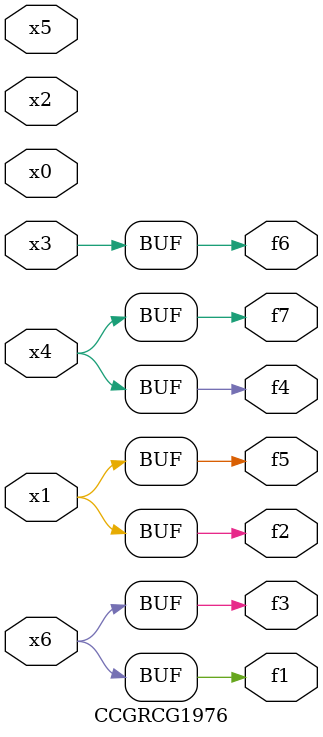
<source format=v>
module CCGRCG1976(
	input x0, x1, x2, x3, x4, x5, x6,
	output f1, f2, f3, f4, f5, f6, f7
);
	assign f1 = x6;
	assign f2 = x1;
	assign f3 = x6;
	assign f4 = x4;
	assign f5 = x1;
	assign f6 = x3;
	assign f7 = x4;
endmodule

</source>
